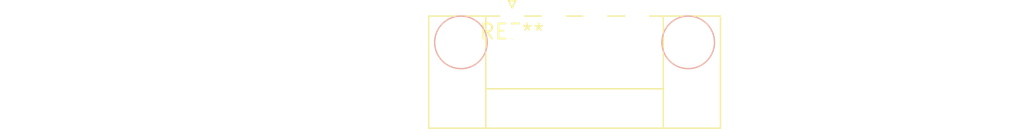
<source format=kicad_pcb>
(kicad_pcb (version 20240108) (generator pcbnew)
  (layers (0 "F.Cu" signal) (31 "B.Cu" signal) (34 "B.Paste" user) (35 "F.Paste" user) (36 "B.SilkS" user "B.Silkscreen") (37 "F.SilkS" user "F.Silkscreen") (38 "B.Mask" user) (39 "F.Mask" user) (44 "Edge.Cuts" user))
  (net 0 "")
  (footprint "PhoenixContact_MC_1,5_4-GF-3.5_1x04_P3.50mm_Horizontal_ThreadedFlange_MountHole" (layer "F.Cu") (at 0 0)
    (property "Reference" "REF**")
    (property "Value" "PhoenixContact_MC_1,5_4-GF-3.5_1x04_P3.50mm_Horizontal_ThreadedFlange_MountHole")
    (fp_circle (center -4.3 0.9) (end -2.09 0.9) (layer "B.SilkS") (stroke (width 0.12)) (fill none))
    (fp_circle (center 14.8 0.9) (end 17.01 0.9) (layer "B.SilkS") (stroke (width 0.12)) (fill none))
    (fp_line (start -7.01 -1.31) (end -7.01 8.11) (layer "F.SilkS") (stroke (width 0.12)))
    (fp_line (start -7.01 -1.31) (end -1.05 -1.31) (layer "F.SilkS") (stroke (width 0.12)))
    (fp_line (start -7.01 8.11) (end 17.51 8.11) (layer "F.SilkS") (stroke (width 0.12)))
    (fp_line (start -2.21 -1.31) (end -2.21 8.11) (layer "F.SilkS") (stroke (width 0.12)))
    (fp_line (start -2.21 4.8) (end 12.71 4.8) (layer "F.SilkS") (stroke (width 0.12)))
    (fp_line (start -0.3 -2.6) (end 0.3 -2.6) (layer "F.SilkS") (stroke (width 0.12)))
    (fp_line (start 0 -2) (end -0.3 -2.6) (layer "F.SilkS") (stroke (width 0.12)))
    (fp_line (start 0.3 -2.6) (end 0 -2) (layer "F.SilkS") (stroke (width 0.12)))
    (fp_line (start 1.05 -1.31) (end 2.45 -1.31) (layer "F.SilkS") (stroke (width 0.12)))
    (fp_line (start 4.55 -1.31) (end 5.95 -1.31) (layer "F.SilkS") (stroke (width 0.12)))
    (fp_line (start 8.05 -1.31) (end 9.45 -1.31) (layer "F.SilkS") (stroke (width 0.12)))
    (fp_line (start 12.71 -1.31) (end 12.71 8.11) (layer "F.SilkS") (stroke (width 0.12)))
    (fp_line (start 17.51 -1.31) (end 11.55 -1.31) (layer "F.SilkS") (stroke (width 0.12)))
    (fp_line (start 17.51 8.11) (end 17.51 -1.31) (layer "F.SilkS") (stroke (width 0.12)))
    (pad "" np_thru_hole circle (at -4.3 0.9) (size 2.4 2.4) (drill 2.4) (layers *.Cu *.Mask))
    (pad "" np_thru_hole circle (at 14.8 0.9) (size 2.4 2.4) (drill 2.4) (layers *.Cu *.Mask))
    (pad "1" thru_hole roundrect (at 0 0) (size 1.8 3.6) (drill 1.2) (layers *.Cu *.Mask) (remove_unused_layers) (roundrect_rratio 0.138889))
    (pad "2" thru_hole oval (at 3.5 0) (size 1.8 3.6) (drill 1.2) (layers *.Cu *.Mask) (remove_unused_layers))
    (pad "3" thru_hole oval (at 7 0) (size 1.8 3.6) (drill 1.2) (layers *.Cu *.Mask) (remove_unused_layers))
    (pad "4" thru_hole oval (at 10.5 0) (size 1.8 3.6) (drill 1.2) (layers *.Cu *.Mask) (remove_unused_layers))
  )
)
</source>
